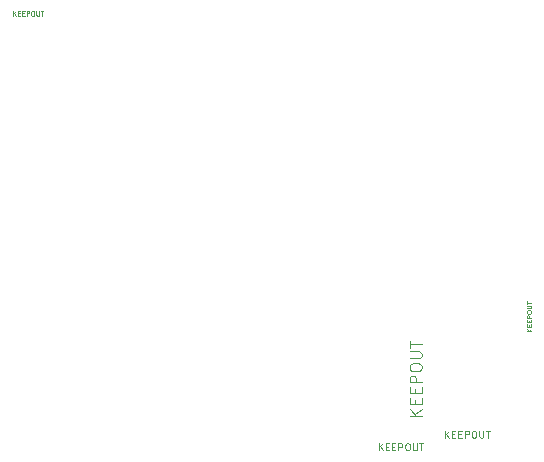
<source format=gbr>
%TF.GenerationSoftware,KiCad,Pcbnew,7.0.7-2.fc38*%
%TF.CreationDate,2023-10-14T02:21:00-03:00*%
%TF.ProjectId,OpenEFI_rev4,4f70656e-4546-4495-9f72-6576342e6b69,v3.0*%
%TF.SameCoordinates,Original*%
%TF.FileFunction,Other,Comment*%
%FSLAX46Y46*%
G04 Gerber Fmt 4.6, Leading zero omitted, Abs format (unit mm)*
G04 Created by KiCad (PCBNEW 7.0.7-2.fc38) date 2023-10-14 02:21:00*
%MOMM*%
%LPD*%
G01*
G04 APERTURE LIST*
%ADD10C,0.090000*%
%ADD11C,0.100000*%
%ADD12C,0.060000*%
%ADD13C,0.070000*%
G04 APERTURE END LIST*
D10*
X246922058Y-113113491D02*
X246922058Y-112513491D01*
X247264915Y-113113491D02*
X247007772Y-112770634D01*
X247264915Y-112513491D02*
X246922058Y-112856348D01*
X247522058Y-112799205D02*
X247722058Y-112799205D01*
X247807772Y-113113491D02*
X247522058Y-113113491D01*
X247522058Y-113113491D02*
X247522058Y-112513491D01*
X247522058Y-112513491D02*
X247807772Y-112513491D01*
X248064915Y-112799205D02*
X248264915Y-112799205D01*
X248350629Y-113113491D02*
X248064915Y-113113491D01*
X248064915Y-113113491D02*
X248064915Y-112513491D01*
X248064915Y-112513491D02*
X248350629Y-112513491D01*
X248607772Y-113113491D02*
X248607772Y-112513491D01*
X248607772Y-112513491D02*
X248836343Y-112513491D01*
X248836343Y-112513491D02*
X248893486Y-112542062D01*
X248893486Y-112542062D02*
X248922057Y-112570634D01*
X248922057Y-112570634D02*
X248950629Y-112627777D01*
X248950629Y-112627777D02*
X248950629Y-112713491D01*
X248950629Y-112713491D02*
X248922057Y-112770634D01*
X248922057Y-112770634D02*
X248893486Y-112799205D01*
X248893486Y-112799205D02*
X248836343Y-112827777D01*
X248836343Y-112827777D02*
X248607772Y-112827777D01*
X249322057Y-112513491D02*
X249436343Y-112513491D01*
X249436343Y-112513491D02*
X249493486Y-112542062D01*
X249493486Y-112542062D02*
X249550629Y-112599205D01*
X249550629Y-112599205D02*
X249579200Y-112713491D01*
X249579200Y-112713491D02*
X249579200Y-112913491D01*
X249579200Y-112913491D02*
X249550629Y-113027777D01*
X249550629Y-113027777D02*
X249493486Y-113084920D01*
X249493486Y-113084920D02*
X249436343Y-113113491D01*
X249436343Y-113113491D02*
X249322057Y-113113491D01*
X249322057Y-113113491D02*
X249264915Y-113084920D01*
X249264915Y-113084920D02*
X249207772Y-113027777D01*
X249207772Y-113027777D02*
X249179200Y-112913491D01*
X249179200Y-112913491D02*
X249179200Y-112713491D01*
X249179200Y-112713491D02*
X249207772Y-112599205D01*
X249207772Y-112599205D02*
X249264915Y-112542062D01*
X249264915Y-112542062D02*
X249322057Y-112513491D01*
X249836343Y-112513491D02*
X249836343Y-112999205D01*
X249836343Y-112999205D02*
X249864914Y-113056348D01*
X249864914Y-113056348D02*
X249893486Y-113084920D01*
X249893486Y-113084920D02*
X249950628Y-113113491D01*
X249950628Y-113113491D02*
X250064914Y-113113491D01*
X250064914Y-113113491D02*
X250122057Y-113084920D01*
X250122057Y-113084920D02*
X250150628Y-113056348D01*
X250150628Y-113056348D02*
X250179200Y-112999205D01*
X250179200Y-112999205D02*
X250179200Y-112513491D01*
X250379199Y-112513491D02*
X250722057Y-112513491D01*
X250550628Y-113113491D02*
X250550628Y-112513491D01*
D11*
X244936619Y-111235837D02*
X243936619Y-111235837D01*
X244936619Y-110664409D02*
X244365190Y-111092980D01*
X243936619Y-110664409D02*
X244508047Y-111235837D01*
X244412809Y-110235837D02*
X244412809Y-109902504D01*
X244936619Y-109759647D02*
X244936619Y-110235837D01*
X244936619Y-110235837D02*
X243936619Y-110235837D01*
X243936619Y-110235837D02*
X243936619Y-109759647D01*
X244412809Y-109331075D02*
X244412809Y-108997742D01*
X244936619Y-108854885D02*
X244936619Y-109331075D01*
X244936619Y-109331075D02*
X243936619Y-109331075D01*
X243936619Y-109331075D02*
X243936619Y-108854885D01*
X244936619Y-108426313D02*
X243936619Y-108426313D01*
X243936619Y-108426313D02*
X243936619Y-108045361D01*
X243936619Y-108045361D02*
X243984238Y-107950123D01*
X243984238Y-107950123D02*
X244031857Y-107902504D01*
X244031857Y-107902504D02*
X244127095Y-107854885D01*
X244127095Y-107854885D02*
X244269952Y-107854885D01*
X244269952Y-107854885D02*
X244365190Y-107902504D01*
X244365190Y-107902504D02*
X244412809Y-107950123D01*
X244412809Y-107950123D02*
X244460428Y-108045361D01*
X244460428Y-108045361D02*
X244460428Y-108426313D01*
X243936619Y-107235837D02*
X243936619Y-107045361D01*
X243936619Y-107045361D02*
X243984238Y-106950123D01*
X243984238Y-106950123D02*
X244079476Y-106854885D01*
X244079476Y-106854885D02*
X244269952Y-106807266D01*
X244269952Y-106807266D02*
X244603285Y-106807266D01*
X244603285Y-106807266D02*
X244793761Y-106854885D01*
X244793761Y-106854885D02*
X244889000Y-106950123D01*
X244889000Y-106950123D02*
X244936619Y-107045361D01*
X244936619Y-107045361D02*
X244936619Y-107235837D01*
X244936619Y-107235837D02*
X244889000Y-107331075D01*
X244889000Y-107331075D02*
X244793761Y-107426313D01*
X244793761Y-107426313D02*
X244603285Y-107473932D01*
X244603285Y-107473932D02*
X244269952Y-107473932D01*
X244269952Y-107473932D02*
X244079476Y-107426313D01*
X244079476Y-107426313D02*
X243984238Y-107331075D01*
X243984238Y-107331075D02*
X243936619Y-107235837D01*
X243936619Y-106378694D02*
X244746142Y-106378694D01*
X244746142Y-106378694D02*
X244841380Y-106331075D01*
X244841380Y-106331075D02*
X244889000Y-106283456D01*
X244889000Y-106283456D02*
X244936619Y-106188218D01*
X244936619Y-106188218D02*
X244936619Y-105997742D01*
X244936619Y-105997742D02*
X244889000Y-105902504D01*
X244889000Y-105902504D02*
X244841380Y-105854885D01*
X244841380Y-105854885D02*
X244746142Y-105807266D01*
X244746142Y-105807266D02*
X243936619Y-105807266D01*
X243936619Y-105473932D02*
X243936619Y-104902504D01*
X244936619Y-105188218D02*
X243936619Y-105188218D01*
D12*
X254236127Y-104103695D02*
X253836127Y-104103695D01*
X254236127Y-103875124D02*
X254007556Y-104046553D01*
X253836127Y-103875124D02*
X254064699Y-104103695D01*
X254026603Y-103703695D02*
X254026603Y-103570362D01*
X254236127Y-103513219D02*
X254236127Y-103703695D01*
X254236127Y-103703695D02*
X253836127Y-103703695D01*
X253836127Y-103703695D02*
X253836127Y-103513219D01*
X254026603Y-103341790D02*
X254026603Y-103208457D01*
X254236127Y-103151314D02*
X254236127Y-103341790D01*
X254236127Y-103341790D02*
X253836127Y-103341790D01*
X253836127Y-103341790D02*
X253836127Y-103151314D01*
X254236127Y-102979885D02*
X253836127Y-102979885D01*
X253836127Y-102979885D02*
X253836127Y-102827504D01*
X253836127Y-102827504D02*
X253855175Y-102789409D01*
X253855175Y-102789409D02*
X253874222Y-102770362D01*
X253874222Y-102770362D02*
X253912318Y-102751314D01*
X253912318Y-102751314D02*
X253969460Y-102751314D01*
X253969460Y-102751314D02*
X254007556Y-102770362D01*
X254007556Y-102770362D02*
X254026603Y-102789409D01*
X254026603Y-102789409D02*
X254045651Y-102827504D01*
X254045651Y-102827504D02*
X254045651Y-102979885D01*
X253836127Y-102503695D02*
X253836127Y-102427504D01*
X253836127Y-102427504D02*
X253855175Y-102389409D01*
X253855175Y-102389409D02*
X253893270Y-102351314D01*
X253893270Y-102351314D02*
X253969460Y-102332266D01*
X253969460Y-102332266D02*
X254102794Y-102332266D01*
X254102794Y-102332266D02*
X254178984Y-102351314D01*
X254178984Y-102351314D02*
X254217080Y-102389409D01*
X254217080Y-102389409D02*
X254236127Y-102427504D01*
X254236127Y-102427504D02*
X254236127Y-102503695D01*
X254236127Y-102503695D02*
X254217080Y-102541790D01*
X254217080Y-102541790D02*
X254178984Y-102579885D01*
X254178984Y-102579885D02*
X254102794Y-102598933D01*
X254102794Y-102598933D02*
X253969460Y-102598933D01*
X253969460Y-102598933D02*
X253893270Y-102579885D01*
X253893270Y-102579885D02*
X253855175Y-102541790D01*
X253855175Y-102541790D02*
X253836127Y-102503695D01*
X253836127Y-102160837D02*
X254159937Y-102160837D01*
X254159937Y-102160837D02*
X254198032Y-102141790D01*
X254198032Y-102141790D02*
X254217080Y-102122742D01*
X254217080Y-102122742D02*
X254236127Y-102084647D01*
X254236127Y-102084647D02*
X254236127Y-102008456D01*
X254236127Y-102008456D02*
X254217080Y-101970361D01*
X254217080Y-101970361D02*
X254198032Y-101951314D01*
X254198032Y-101951314D02*
X254159937Y-101932266D01*
X254159937Y-101932266D02*
X253836127Y-101932266D01*
X253836127Y-101798932D02*
X253836127Y-101570361D01*
X254236127Y-101684647D02*
X253836127Y-101684647D01*
D10*
X241297058Y-114188491D02*
X241297058Y-113588491D01*
X241639915Y-114188491D02*
X241382772Y-113845634D01*
X241639915Y-113588491D02*
X241297058Y-113931348D01*
X241897058Y-113874205D02*
X242097058Y-113874205D01*
X242182772Y-114188491D02*
X241897058Y-114188491D01*
X241897058Y-114188491D02*
X241897058Y-113588491D01*
X241897058Y-113588491D02*
X242182772Y-113588491D01*
X242439915Y-113874205D02*
X242639915Y-113874205D01*
X242725629Y-114188491D02*
X242439915Y-114188491D01*
X242439915Y-114188491D02*
X242439915Y-113588491D01*
X242439915Y-113588491D02*
X242725629Y-113588491D01*
X242982772Y-114188491D02*
X242982772Y-113588491D01*
X242982772Y-113588491D02*
X243211343Y-113588491D01*
X243211343Y-113588491D02*
X243268486Y-113617062D01*
X243268486Y-113617062D02*
X243297057Y-113645634D01*
X243297057Y-113645634D02*
X243325629Y-113702777D01*
X243325629Y-113702777D02*
X243325629Y-113788491D01*
X243325629Y-113788491D02*
X243297057Y-113845634D01*
X243297057Y-113845634D02*
X243268486Y-113874205D01*
X243268486Y-113874205D02*
X243211343Y-113902777D01*
X243211343Y-113902777D02*
X242982772Y-113902777D01*
X243697057Y-113588491D02*
X243811343Y-113588491D01*
X243811343Y-113588491D02*
X243868486Y-113617062D01*
X243868486Y-113617062D02*
X243925629Y-113674205D01*
X243925629Y-113674205D02*
X243954200Y-113788491D01*
X243954200Y-113788491D02*
X243954200Y-113988491D01*
X243954200Y-113988491D02*
X243925629Y-114102777D01*
X243925629Y-114102777D02*
X243868486Y-114159920D01*
X243868486Y-114159920D02*
X243811343Y-114188491D01*
X243811343Y-114188491D02*
X243697057Y-114188491D01*
X243697057Y-114188491D02*
X243639915Y-114159920D01*
X243639915Y-114159920D02*
X243582772Y-114102777D01*
X243582772Y-114102777D02*
X243554200Y-113988491D01*
X243554200Y-113988491D02*
X243554200Y-113788491D01*
X243554200Y-113788491D02*
X243582772Y-113674205D01*
X243582772Y-113674205D02*
X243639915Y-113617062D01*
X243639915Y-113617062D02*
X243697057Y-113588491D01*
X244211343Y-113588491D02*
X244211343Y-114074205D01*
X244211343Y-114074205D02*
X244239914Y-114131348D01*
X244239914Y-114131348D02*
X244268486Y-114159920D01*
X244268486Y-114159920D02*
X244325628Y-114188491D01*
X244325628Y-114188491D02*
X244439914Y-114188491D01*
X244439914Y-114188491D02*
X244497057Y-114159920D01*
X244497057Y-114159920D02*
X244525628Y-114131348D01*
X244525628Y-114131348D02*
X244554200Y-114074205D01*
X244554200Y-114074205D02*
X244554200Y-113588491D01*
X244754199Y-113588491D02*
X245097057Y-113588491D01*
X244925628Y-114188491D02*
X244925628Y-113588491D01*
D13*
X210381304Y-77383007D02*
X210381304Y-76983007D01*
X210609875Y-77383007D02*
X210438446Y-77154436D01*
X210609875Y-76983007D02*
X210381304Y-77211579D01*
X210781304Y-77173483D02*
X210914637Y-77173483D01*
X210971780Y-77383007D02*
X210781304Y-77383007D01*
X210781304Y-77383007D02*
X210781304Y-76983007D01*
X210781304Y-76983007D02*
X210971780Y-76983007D01*
X211143209Y-77173483D02*
X211276542Y-77173483D01*
X211333685Y-77383007D02*
X211143209Y-77383007D01*
X211143209Y-77383007D02*
X211143209Y-76983007D01*
X211143209Y-76983007D02*
X211333685Y-76983007D01*
X211505114Y-77383007D02*
X211505114Y-76983007D01*
X211505114Y-76983007D02*
X211657495Y-76983007D01*
X211657495Y-76983007D02*
X211695590Y-77002055D01*
X211695590Y-77002055D02*
X211714637Y-77021102D01*
X211714637Y-77021102D02*
X211733685Y-77059198D01*
X211733685Y-77059198D02*
X211733685Y-77116340D01*
X211733685Y-77116340D02*
X211714637Y-77154436D01*
X211714637Y-77154436D02*
X211695590Y-77173483D01*
X211695590Y-77173483D02*
X211657495Y-77192531D01*
X211657495Y-77192531D02*
X211505114Y-77192531D01*
X211981304Y-76983007D02*
X212057495Y-76983007D01*
X212057495Y-76983007D02*
X212095590Y-77002055D01*
X212095590Y-77002055D02*
X212133685Y-77040150D01*
X212133685Y-77040150D02*
X212152733Y-77116340D01*
X212152733Y-77116340D02*
X212152733Y-77249674D01*
X212152733Y-77249674D02*
X212133685Y-77325864D01*
X212133685Y-77325864D02*
X212095590Y-77363960D01*
X212095590Y-77363960D02*
X212057495Y-77383007D01*
X212057495Y-77383007D02*
X211981304Y-77383007D01*
X211981304Y-77383007D02*
X211943209Y-77363960D01*
X211943209Y-77363960D02*
X211905114Y-77325864D01*
X211905114Y-77325864D02*
X211886066Y-77249674D01*
X211886066Y-77249674D02*
X211886066Y-77116340D01*
X211886066Y-77116340D02*
X211905114Y-77040150D01*
X211905114Y-77040150D02*
X211943209Y-77002055D01*
X211943209Y-77002055D02*
X211981304Y-76983007D01*
X212324162Y-76983007D02*
X212324162Y-77306817D01*
X212324162Y-77306817D02*
X212343209Y-77344912D01*
X212343209Y-77344912D02*
X212362257Y-77363960D01*
X212362257Y-77363960D02*
X212400352Y-77383007D01*
X212400352Y-77383007D02*
X212476543Y-77383007D01*
X212476543Y-77383007D02*
X212514638Y-77363960D01*
X212514638Y-77363960D02*
X212533685Y-77344912D01*
X212533685Y-77344912D02*
X212552733Y-77306817D01*
X212552733Y-77306817D02*
X212552733Y-76983007D01*
X212686067Y-76983007D02*
X212914638Y-76983007D01*
X212800352Y-77383007D02*
X212800352Y-76983007D01*
M02*

</source>
